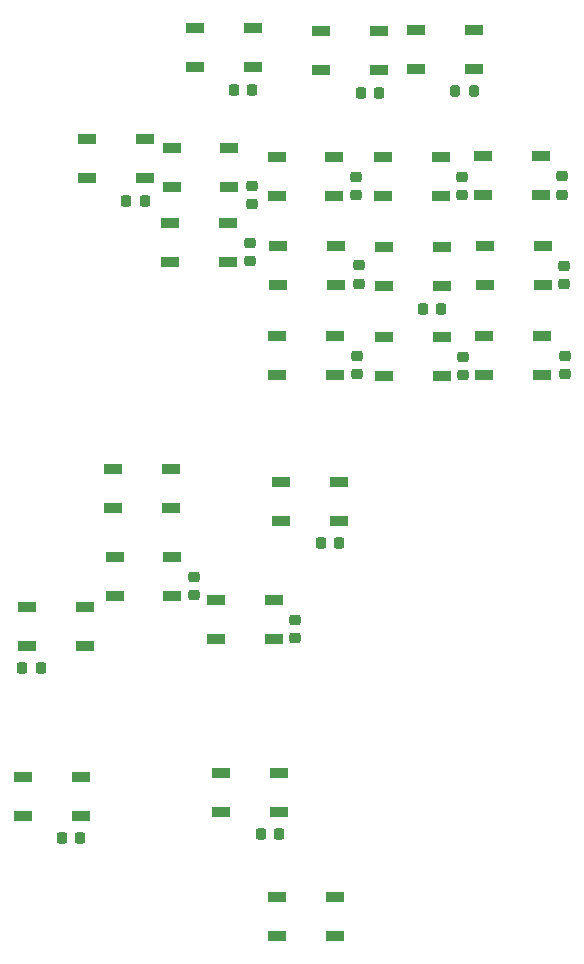
<source format=gbr>
%TF.GenerationSoftware,KiCad,Pcbnew,(6.0.9)*%
%TF.CreationDate,2022-12-27T01:45:07-09:00*%
%TF.ProjectId,PCB_ LANDING GEAR PANEL,5043422c-204c-4414-9e44-494e47204745,rev?*%
%TF.SameCoordinates,Original*%
%TF.FileFunction,Paste,Top*%
%TF.FilePolarity,Positive*%
%FSLAX46Y46*%
G04 Gerber Fmt 4.6, Leading zero omitted, Abs format (unit mm)*
G04 Created by KiCad (PCBNEW (6.0.9)) date 2022-12-27 01:45:07*
%MOMM*%
%LPD*%
G01*
G04 APERTURE LIST*
G04 Aperture macros list*
%AMRoundRect*
0 Rectangle with rounded corners*
0 $1 Rounding radius*
0 $2 $3 $4 $5 $6 $7 $8 $9 X,Y pos of 4 corners*
0 Add a 4 corners polygon primitive as box body*
4,1,4,$2,$3,$4,$5,$6,$7,$8,$9,$2,$3,0*
0 Add four circle primitives for the rounded corners*
1,1,$1+$1,$2,$3*
1,1,$1+$1,$4,$5*
1,1,$1+$1,$6,$7*
1,1,$1+$1,$8,$9*
0 Add four rect primitives between the rounded corners*
20,1,$1+$1,$2,$3,$4,$5,0*
20,1,$1+$1,$4,$5,$6,$7,0*
20,1,$1+$1,$6,$7,$8,$9,0*
20,1,$1+$1,$8,$9,$2,$3,0*%
G04 Aperture macros list end*
%ADD10RoundRect,0.200000X-0.200000X-0.275000X0.200000X-0.275000X0.200000X0.275000X-0.200000X0.275000X0*%
%ADD11R,1.500000X0.900000*%
%ADD12RoundRect,0.225000X-0.250000X0.225000X-0.250000X-0.225000X0.250000X-0.225000X0.250000X0.225000X0*%
%ADD13RoundRect,0.225000X-0.225000X-0.250000X0.225000X-0.250000X0.225000X0.250000X-0.225000X0.250000X0*%
%ADD14RoundRect,0.225000X0.250000X-0.225000X0.250000X0.225000X-0.250000X0.225000X-0.250000X-0.225000X0*%
G04 APERTURE END LIST*
D10*
%TO.C,R1*%
X105000000Y-46600000D03*
X106650000Y-46600000D03*
%TD*%
D11*
%TO.C,D23*%
X89994400Y-114784000D03*
X89994400Y-118084000D03*
X94894400Y-118084000D03*
X94894400Y-114784000D03*
%TD*%
%TO.C,D22*%
X85230800Y-104268000D03*
X85230800Y-107568000D03*
X90130800Y-107568000D03*
X90130800Y-104268000D03*
%TD*%
%TO.C,D21*%
X68427600Y-104649000D03*
X68427600Y-107949000D03*
X73327600Y-107949000D03*
X73327600Y-104649000D03*
%TD*%
%TO.C,D20*%
X84773600Y-89688400D03*
X84773600Y-92988400D03*
X89673600Y-92988400D03*
X89673600Y-89688400D03*
%TD*%
%TO.C,D19*%
X68783200Y-90221600D03*
X68783200Y-93521600D03*
X73683200Y-93521600D03*
X73683200Y-90221600D03*
%TD*%
%TO.C,D18*%
X76200000Y-86005200D03*
X76200000Y-89305200D03*
X81100000Y-89305200D03*
X81100000Y-86005200D03*
%TD*%
%TO.C,D17*%
X90300000Y-79650000D03*
X90300000Y-82950000D03*
X95200000Y-82950000D03*
X95200000Y-79650000D03*
%TD*%
%TO.C,D16*%
X76050000Y-78550000D03*
X76050000Y-81850000D03*
X80950000Y-81850000D03*
X80950000Y-78550000D03*
%TD*%
%TO.C,D15*%
X107493000Y-67310800D03*
X107493000Y-70610800D03*
X112393000Y-70610800D03*
X112393000Y-67310800D03*
%TD*%
%TO.C,D14*%
X99009000Y-67361600D03*
X99009000Y-70661600D03*
X103909000Y-70661600D03*
X103909000Y-67361600D03*
%TD*%
%TO.C,D13*%
X89966800Y-67310800D03*
X89966800Y-70610800D03*
X94866800Y-70610800D03*
X94866800Y-67310800D03*
%TD*%
%TO.C,D12*%
X107532000Y-59665600D03*
X107532000Y-62965600D03*
X112432000Y-62965600D03*
X112432000Y-59665600D03*
%TD*%
%TO.C,D11*%
X99009000Y-59741600D03*
X99009000Y-63041600D03*
X103909000Y-63041600D03*
X103909000Y-59741600D03*
%TD*%
%TO.C,D10*%
X90056800Y-59665600D03*
X90056800Y-62965600D03*
X94956800Y-62965600D03*
X94956800Y-59665600D03*
%TD*%
%TO.C,D9*%
X80924400Y-57760400D03*
X80924400Y-61060400D03*
X85824400Y-61060400D03*
X85824400Y-57760400D03*
%TD*%
%TO.C,D8*%
X107380000Y-52096400D03*
X107380000Y-55396400D03*
X112280000Y-55396400D03*
X112280000Y-52096400D03*
%TD*%
%TO.C,D7*%
X98908000Y-52121600D03*
X98908000Y-55421600D03*
X103808000Y-55421600D03*
X103808000Y-52121600D03*
%TD*%
%TO.C,D6*%
X89916000Y-52121600D03*
X89916000Y-55421600D03*
X94816000Y-55421600D03*
X94816000Y-52121600D03*
%TD*%
%TO.C,D5*%
X81026000Y-51359600D03*
X81026000Y-54659600D03*
X85926000Y-54659600D03*
X85926000Y-51359600D03*
%TD*%
%TO.C,D4*%
X73863200Y-50648400D03*
X73863200Y-53948400D03*
X78763200Y-53948400D03*
X78763200Y-50648400D03*
%TD*%
%TO.C,D3*%
X101752000Y-41402800D03*
X101752000Y-44702800D03*
X106652000Y-44702800D03*
X106652000Y-41402800D03*
%TD*%
%TO.C,D2*%
X93675200Y-41504400D03*
X93675200Y-44804400D03*
X98575200Y-44804400D03*
X98575200Y-41504400D03*
%TD*%
%TO.C,D1*%
X82995600Y-41225200D03*
X82995600Y-44525200D03*
X87895600Y-44525200D03*
X87895600Y-41225200D03*
%TD*%
D12*
%TO.C,C21*%
X87650000Y-59437500D03*
X87650000Y-60987500D03*
%TD*%
%TO.C,C20*%
X114300000Y-68987500D03*
X114300000Y-70537500D03*
%TD*%
%TO.C,C19*%
X105700000Y-69087500D03*
X105700000Y-70637500D03*
%TD*%
%TO.C,C18*%
X96750000Y-69012500D03*
X96750000Y-70562500D03*
%TD*%
%TO.C,C17*%
X91500000Y-91350000D03*
X91500000Y-92900000D03*
%TD*%
D13*
%TO.C,C16*%
X93650000Y-84850000D03*
X95200000Y-84850000D03*
%TD*%
%TO.C,C15*%
X88600000Y-109500000D03*
X90150000Y-109500000D03*
%TD*%
%TO.C,C14*%
X71750000Y-109850000D03*
X73300000Y-109850000D03*
%TD*%
%TO.C,C13*%
X68400000Y-95450000D03*
X69950000Y-95450000D03*
%TD*%
D12*
%TO.C,C12*%
X96650000Y-53850000D03*
X96650000Y-55400000D03*
%TD*%
%TO.C,C11*%
X82900000Y-87700000D03*
X82900000Y-89250000D03*
%TD*%
D14*
%TO.C,C10*%
X87850000Y-56125000D03*
X87850000Y-54575000D03*
%TD*%
D13*
%TO.C,C9*%
X77200000Y-55850000D03*
X78750000Y-55850000D03*
%TD*%
D12*
%TO.C,C8*%
X105600000Y-53825000D03*
X105600000Y-55375000D03*
%TD*%
%TO.C,C7*%
X96900000Y-61337500D03*
X96900000Y-62887500D03*
%TD*%
D13*
%TO.C,C6*%
X102325000Y-65000000D03*
X103875000Y-65000000D03*
%TD*%
D12*
%TO.C,C5*%
X114100000Y-53800000D03*
X114100000Y-55350000D03*
%TD*%
%TO.C,C4*%
X114250000Y-61350000D03*
X114250000Y-62900000D03*
%TD*%
D13*
%TO.C,C3*%
X97025000Y-46700000D03*
X98575000Y-46700000D03*
%TD*%
%TO.C,C2*%
X86300000Y-46450000D03*
X87850000Y-46450000D03*
%TD*%
M02*

</source>
